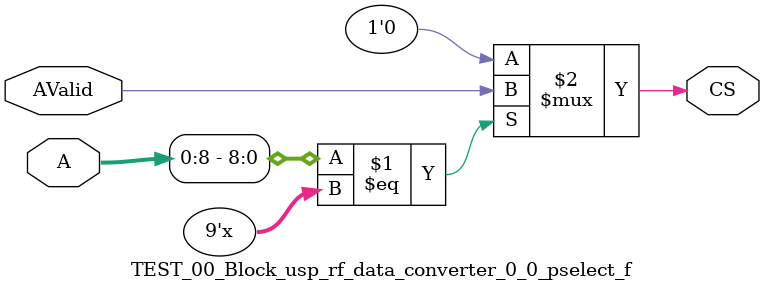
<source format=v>
`timescale 1 ps/1 ps

module TEST_00_Block_usp_rf_data_converter_0_0_pselect_f ( A, AValid, CS) ;

parameter C_AB  = 9;
parameter C_AW  = 32;
parameter [0:C_AW - 1] C_BAR =  'bz;
parameter C_FAMILY  = "nofamily";
input[0:C_AW-1] A; 
input AValid; 
output CS; 
wire CS;
parameter [0:C_AB-1]BAR = C_BAR[0:C_AB-1];

//----------------------------------------------------------------------------
// Build a behavioral decoder
//----------------------------------------------------------------------------
generate
if (C_AB > 0) begin : XST_WA
assign CS = (A[0:C_AB - 1] == BAR[0:C_AB - 1]) ? AValid : 1'b0 ;
end
endgenerate

generate
if (C_AB == 0) begin : PASS_ON_GEN
assign CS = AValid ;
end
endgenerate
endmodule

</source>
